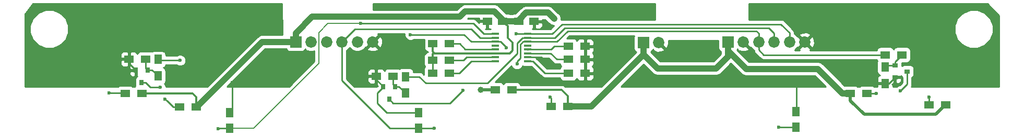
<source format=gbr>
G04 #@! TF.FileFunction,Copper,L1,Top,Signal*
%FSLAX46Y46*%
G04 Gerber Fmt 4.6, Leading zero omitted, Abs format (unit mm)*
G04 Created by KiCad (PCBNEW 4.0.4-stable) date 08/01/17 14:05:29*
%MOMM*%
%LPD*%
G01*
G04 APERTURE LIST*
%ADD10C,0.100000*%
%ADD11C,0.600000*%
%ADD12R,1.850000X1.850000*%
%ADD13C,1.850000*%
%ADD14R,1.500000X1.300000*%
%ADD15R,1.250000X1.500000*%
%ADD16R,1.500000X1.250000*%
%ADD17R,1.200000X0.400000*%
%ADD18R,1.300000X1.500000*%
%ADD19R,0.900000X0.800000*%
%ADD20R,0.800000X0.900000*%
%ADD21C,1.000000*%
%ADD22C,0.200000*%
%ADD23C,0.250000*%
%ADD24C,0.500000*%
%ADD25C,0.300000*%
%ADD26C,1.000000*%
%ADD27C,0.254000*%
G04 APERTURE END LIST*
D10*
D11*
X204300000Y-93600000D03*
X207100000Y-93600000D03*
X203900000Y-91500000D03*
X207100000Y-91500000D03*
X112200000Y-88800000D03*
X108200000Y-91400000D03*
X112600000Y-91400000D03*
X112600000Y-93700000D03*
X108200000Y-93700000D03*
X207000000Y-87100000D03*
X204800000Y-87100000D03*
X202200000Y-87100000D03*
X187100000Y-93400000D03*
X184400000Y-93400000D03*
X181600000Y-93400000D03*
X179500000Y-93400000D03*
X177400000Y-93400000D03*
X175400000Y-93400000D03*
X173100000Y-93400000D03*
X180600000Y-88300000D03*
X178100000Y-88300000D03*
X168200000Y-89000000D03*
X165800000Y-90900000D03*
X165800000Y-89000000D03*
X149700000Y-81800000D03*
X155500000Y-84400000D03*
X144500000Y-83400000D03*
D12*
X171400000Y-87200000D03*
D13*
X173900000Y-87200000D03*
D14*
X139900000Y-90050000D03*
X137200000Y-90050000D03*
D11*
X129700000Y-90900000D03*
X133500000Y-88100000D03*
X155900000Y-90700000D03*
X196200000Y-93600000D03*
X163200000Y-81200000D03*
X131600000Y-81600000D03*
X104700000Y-93700000D03*
X84400000Y-93400000D03*
X74000000Y-93400000D03*
X74000000Y-89400000D03*
X81200000Y-87200000D03*
X84300000Y-82150000D03*
X93450000Y-82150000D03*
X223800000Y-93600000D03*
X223200000Y-89200000D03*
X153900000Y-92700000D03*
D15*
X104240000Y-101160000D03*
X104240000Y-98660000D03*
X134950000Y-101150000D03*
X134950000Y-98650000D03*
X196170000Y-100980000D03*
X196170000Y-98480000D03*
D16*
X151150000Y-83750000D03*
X153650000Y-83750000D03*
X148600000Y-83700000D03*
X146100000Y-83700000D03*
D14*
X139950000Y-87400000D03*
X137250000Y-87400000D03*
X139900000Y-92200000D03*
X137200000Y-92200000D03*
X161950000Y-87800000D03*
X159250000Y-87800000D03*
X161950000Y-89950000D03*
X159250000Y-89950000D03*
X161950000Y-92200000D03*
X159250000Y-92200000D03*
X220450000Y-97400000D03*
X217750000Y-97400000D03*
X159150000Y-97600000D03*
X156450000Y-97600000D03*
X98850000Y-97700000D03*
X96150000Y-97700000D03*
D17*
X147400000Y-85777500D03*
X147400000Y-86412500D03*
X147400000Y-87047500D03*
X147400000Y-87682500D03*
X147400000Y-88317500D03*
X147400000Y-88952500D03*
X147400000Y-89587500D03*
X147400000Y-90222500D03*
X152600000Y-90222500D03*
X152600000Y-89587500D03*
X152600000Y-88952500D03*
X152600000Y-88317500D03*
X152600000Y-87682500D03*
X152600000Y-87047500D03*
X152600000Y-86412500D03*
X152600000Y-85777500D03*
D11*
X139200000Y-81500000D03*
D14*
X204950000Y-95500000D03*
X207650000Y-95500000D03*
X150050000Y-94900000D03*
X147350000Y-94900000D03*
X90050000Y-95500000D03*
X87350000Y-95500000D03*
X210650000Y-89200000D03*
X213350000Y-89200000D03*
D18*
X132800000Y-92750000D03*
X132800000Y-95450000D03*
X92650000Y-89950000D03*
X92650000Y-92650000D03*
X210600000Y-91150000D03*
X210600000Y-93850000D03*
D14*
X130750000Y-92700000D03*
X128050000Y-92700000D03*
X90650000Y-89900000D03*
X87950000Y-89900000D03*
D19*
X212200000Y-90950000D03*
X212200000Y-92850000D03*
X214200000Y-91900000D03*
D20*
X131100000Y-94400000D03*
X129200000Y-94400000D03*
X130150000Y-96400000D03*
X90950000Y-91700000D03*
X89050000Y-91700000D03*
X90000000Y-93700000D03*
D12*
X115000000Y-87100000D03*
D13*
X117500000Y-87100000D03*
X120000000Y-87100000D03*
X122500000Y-87100000D03*
X125000000Y-87100000D03*
X127500000Y-87100000D03*
D12*
X185100000Y-87100000D03*
D13*
X187600000Y-87100000D03*
X190100000Y-87100000D03*
X192600000Y-87100000D03*
X195100000Y-87100000D03*
X197600000Y-87100000D03*
D11*
X125500000Y-84100000D03*
X102400000Y-101250000D03*
X137500000Y-101150000D03*
X193350000Y-101000000D03*
X133600000Y-85900000D03*
X149174995Y-88008903D03*
D21*
X156900000Y-83299994D03*
D11*
X213100000Y-95100000D03*
X217700000Y-96100000D03*
X142100000Y-95000000D03*
X156300000Y-96100000D03*
X92999996Y-94500000D03*
X93800000Y-96400002D03*
X209200000Y-95500000D03*
D21*
X145000000Y-94899996D03*
D11*
X84700000Y-95400000D03*
X150900000Y-90700000D03*
X150750010Y-85800000D03*
X96250000Y-90100000D03*
D22*
X125500000Y-84100000D02*
X120200000Y-84100000D01*
X118750000Y-90550000D02*
X108140000Y-101160000D01*
X120200000Y-84100000D02*
X118750000Y-85550000D01*
X108140000Y-101160000D02*
X104240000Y-101160000D01*
X118750000Y-85550000D02*
X118750000Y-90550000D01*
D23*
X147400000Y-85777500D02*
X145477500Y-85777500D01*
X145477500Y-85777500D02*
X143800000Y-84100000D01*
X143800000Y-84100000D02*
X125500000Y-84100000D01*
X104240000Y-101160000D02*
X102490000Y-101160000D01*
X102490000Y-101160000D02*
X102400000Y-101250000D01*
X196200000Y-93600000D02*
X196200000Y-98450000D01*
X104700000Y-93700000D02*
X104700000Y-98200000D01*
X104700000Y-98200000D02*
X104240000Y-98660000D01*
X128050000Y-92700000D02*
X128050000Y-93250000D01*
X128050000Y-93250000D02*
X129200000Y-94400000D01*
X134950000Y-98650000D02*
X129750000Y-98650000D01*
X129750000Y-98650000D02*
X128200000Y-97100000D01*
X129200000Y-94450000D02*
X129200000Y-94400000D01*
X128200000Y-97100000D02*
X128200000Y-95450000D01*
X128200000Y-95450000D02*
X129200000Y-94450000D01*
X87950000Y-89900000D02*
X87950000Y-90600000D01*
X87950000Y-90600000D02*
X89050000Y-91700000D01*
X210600000Y-93850000D02*
X211200000Y-93850000D01*
X211200000Y-93850000D02*
X212200000Y-92850000D01*
X154787500Y-89587500D02*
X155300000Y-90100000D01*
X155300000Y-90100000D02*
X155400000Y-90200000D01*
X155900000Y-90700000D02*
X155300000Y-90100000D01*
X152600000Y-89587500D02*
X154787500Y-89587500D01*
X196200000Y-98450000D02*
X196170000Y-98480000D01*
X196170000Y-98480000D02*
X196170000Y-97830000D01*
X122500000Y-87100000D02*
X122500000Y-93400000D01*
X122500000Y-93400000D02*
X130250000Y-101150000D01*
X130250000Y-101150000D02*
X134075000Y-101150000D01*
X134075000Y-101150000D02*
X134950000Y-101150000D01*
X147400000Y-86412500D02*
X147387500Y-86400000D01*
X147387500Y-86400000D02*
X144900000Y-86400000D01*
X144900000Y-86400000D02*
X143500000Y-85000000D01*
X143500000Y-85000000D02*
X124600000Y-85000000D01*
X124600000Y-85000000D02*
X123424999Y-86175001D01*
X123424999Y-86175001D02*
X122500000Y-87100000D01*
X135825000Y-101150000D02*
X137500000Y-101150000D01*
X134950000Y-101150000D02*
X135825000Y-101150000D01*
X193350000Y-101000000D02*
X196150000Y-101000000D01*
X143447500Y-87047500D02*
X142300000Y-85900000D01*
X142300000Y-85900000D02*
X133600000Y-85900000D01*
X147400000Y-87047500D02*
X143447500Y-87047500D01*
X148250000Y-87047500D02*
X149174995Y-87972495D01*
X149174995Y-87972495D02*
X149174995Y-88008903D01*
X147400000Y-87047500D02*
X148250000Y-87047500D01*
X196150000Y-101000000D02*
X196170000Y-100980000D01*
D24*
X204950000Y-95500000D02*
X204950000Y-96650000D01*
X204950000Y-96650000D02*
X207200000Y-98900000D01*
X207200000Y-98900000D02*
X218850000Y-98900000D01*
X218850000Y-98900000D02*
X220350000Y-97400000D01*
X220350000Y-97400000D02*
X220450000Y-97400000D01*
D25*
X90050000Y-95500000D02*
X98300000Y-95500000D01*
X98300000Y-95500000D02*
X98850000Y-96050000D01*
X98850000Y-96050000D02*
X98850000Y-97700000D01*
D26*
X115000000Y-87100000D02*
X115000000Y-85675000D01*
X115000000Y-85675000D02*
X117675000Y-83000000D01*
X117675000Y-83000000D02*
X141600000Y-83000000D01*
X141600000Y-83000000D02*
X142500000Y-82100000D01*
X142500000Y-82100000D02*
X147200000Y-82100000D01*
X147200000Y-82100000D02*
X148600000Y-83500000D01*
D24*
X148600000Y-83500000D02*
X148600000Y-83700000D01*
X151150000Y-83750000D02*
X151150000Y-83550000D01*
D26*
X151150000Y-83550000D02*
X152400000Y-82300000D01*
X152400000Y-82300000D02*
X155900006Y-82300000D01*
X155900006Y-82300000D02*
X156500001Y-82899995D01*
X156500001Y-82899995D02*
X156900000Y-83299994D01*
X148600000Y-83700000D02*
X151100000Y-83700000D01*
D24*
X98850000Y-97700000D02*
X98950000Y-97700000D01*
D26*
X98950000Y-97700000D02*
X109550000Y-87100000D01*
X109550000Y-87100000D02*
X113575000Y-87100000D01*
X113575000Y-87100000D02*
X115000000Y-87100000D01*
D24*
X185100000Y-87100000D02*
X185100000Y-88525000D01*
D26*
X185100000Y-88525000D02*
X188075000Y-91500000D01*
X188075000Y-91500000D02*
X199700000Y-91500000D01*
X199700000Y-91500000D02*
X203700000Y-95500000D01*
X203700000Y-95500000D02*
X204950000Y-95500000D01*
D25*
X159150000Y-97600000D02*
X159150000Y-95950000D01*
X159150000Y-95950000D02*
X158100000Y-94900000D01*
X158100000Y-94900000D02*
X151800000Y-94900000D01*
X151800000Y-94900000D02*
X150050000Y-94900000D01*
D26*
X159150000Y-97600000D02*
X162925000Y-97600000D01*
X162925000Y-97600000D02*
X171400000Y-89125000D01*
X183200000Y-91400000D02*
X185100000Y-89500000D01*
X185100000Y-89500000D02*
X185100000Y-87100000D01*
X173675000Y-91400000D02*
X183200000Y-91400000D01*
X171400000Y-87200000D02*
X171400000Y-89125000D01*
X171400000Y-89125000D02*
X173675000Y-91400000D01*
D25*
X151100000Y-83700000D02*
X151150000Y-83750000D01*
X147400000Y-88952500D02*
X149747500Y-88952500D01*
X150200000Y-87200000D02*
X149400000Y-86400000D01*
X149747500Y-88952500D02*
X150200000Y-88500000D01*
X150200000Y-88500000D02*
X150200000Y-87200000D01*
X149400000Y-86400000D02*
X149400000Y-84500000D01*
X149400000Y-84500000D02*
X148600000Y-83700000D01*
D23*
X151050000Y-83850000D02*
X151150000Y-83750000D01*
D25*
X147397500Y-88950000D02*
X137500000Y-88950000D01*
D26*
X185100000Y-87100000D02*
X185100000Y-88325000D01*
D25*
X137500000Y-88950000D02*
X137200000Y-88650000D01*
X137200000Y-88650000D02*
X137200000Y-87450000D01*
X137200000Y-87450000D02*
X137250000Y-87400000D01*
X137500000Y-88950000D02*
X137350000Y-88950000D01*
X137350000Y-88950000D02*
X137200000Y-89100000D01*
X137200000Y-89100000D02*
X137200000Y-90050000D01*
X147400000Y-88952500D02*
X147397500Y-88950000D01*
X149050000Y-83700000D02*
X148600000Y-83700000D01*
X204850000Y-95600000D02*
X204950000Y-95500000D01*
D23*
X151050000Y-83650000D02*
X151150000Y-83750000D01*
X137200000Y-90050000D02*
X137200000Y-92150000D01*
X147400000Y-88952500D02*
X147372501Y-88925001D01*
X147390000Y-88942500D02*
X147400000Y-88952500D01*
X214200000Y-91900000D02*
X214200000Y-94000000D01*
X214200000Y-94000000D02*
X213100000Y-95100000D01*
X217700000Y-96100000D02*
X217700000Y-97350000D01*
X217700000Y-97350000D02*
X217750000Y-97400000D01*
X130150000Y-96400000D02*
X130150000Y-96450000D01*
X130150000Y-96450000D02*
X130800000Y-97100000D01*
X130800000Y-97100000D02*
X140000000Y-97100000D01*
X140000000Y-97100000D02*
X140574999Y-96525001D01*
X140574999Y-96525001D02*
X142100000Y-95000000D01*
X156450000Y-96250000D02*
X156300000Y-96100000D01*
X156450000Y-97600000D02*
X156450000Y-96250000D01*
X92575732Y-94500000D02*
X92999996Y-94500000D01*
X91450000Y-94500000D02*
X92575732Y-94500000D01*
X90650000Y-93700000D02*
X91450000Y-94500000D01*
X90000000Y-93700000D02*
X90650000Y-93700000D01*
X94099999Y-96700001D02*
X93800000Y-96400002D01*
X95099998Y-97700000D02*
X94099999Y-96700001D01*
X96150000Y-97700000D02*
X95099998Y-97700000D01*
X147400000Y-88317500D02*
X147382500Y-88300000D01*
X147382500Y-88300000D02*
X142500000Y-88300000D01*
X142500000Y-88300000D02*
X141600000Y-87400000D01*
X141600000Y-87400000D02*
X139950000Y-87400000D01*
X142712500Y-89587500D02*
X142250000Y-90050000D01*
X142250000Y-90050000D02*
X139900000Y-90050000D01*
X147400000Y-89587500D02*
X142712500Y-89587500D01*
X143450000Y-90250000D02*
X141500000Y-92200000D01*
X141500000Y-92200000D02*
X139950000Y-92200000D01*
X146522500Y-90250000D02*
X143450000Y-90250000D01*
X147400000Y-90222500D02*
X146550000Y-90222500D01*
X146550000Y-90222500D02*
X146522500Y-90250000D01*
X152600000Y-88317500D02*
X156432500Y-88317500D01*
X156432500Y-88317500D02*
X156950000Y-87800000D01*
X156950000Y-87800000D02*
X159250000Y-87800000D01*
X152632500Y-88350000D02*
X152600000Y-88317500D01*
X152600000Y-88952500D02*
X156352500Y-88952500D01*
X156352500Y-88952500D02*
X157350000Y-89950000D01*
X157350000Y-89950000D02*
X159250000Y-89950000D01*
X152600000Y-90222500D02*
X153450000Y-90222500D01*
X153450000Y-90222500D02*
X155427500Y-92200000D01*
X155427500Y-92200000D02*
X158250000Y-92200000D01*
X158250000Y-92200000D02*
X159250000Y-92200000D01*
X208650000Y-95500000D02*
X209200000Y-95500000D01*
X207650000Y-95500000D02*
X208650000Y-95500000D01*
D24*
X145000004Y-94900000D02*
X145000000Y-94899996D01*
X147350000Y-94900000D02*
X145000004Y-94900000D01*
D23*
X147350000Y-94900000D02*
X147250000Y-94800000D01*
X87350000Y-95500000D02*
X87250000Y-95400000D01*
X87250000Y-95400000D02*
X84700000Y-95400000D01*
X190100000Y-87100000D02*
X190100000Y-88400000D01*
X190100000Y-88400000D02*
X190900000Y-89200000D01*
X190900000Y-89200000D02*
X210650000Y-89200000D01*
X152600000Y-87047500D02*
X157352500Y-87047500D01*
X157352500Y-87047500D02*
X159100000Y-85300000D01*
X159100000Y-85300000D02*
X189700000Y-85300000D01*
X189700000Y-85300000D02*
X190100000Y-85700000D01*
X190100000Y-85700000D02*
X190100000Y-87100000D01*
X152600000Y-87047500D02*
X151849998Y-87047500D01*
X151849998Y-87047500D02*
X151400000Y-87497498D01*
X151400000Y-87497498D02*
X151400000Y-89775736D01*
X151400000Y-89775736D02*
X150900000Y-90275736D01*
X150900000Y-90275736D02*
X150900000Y-90700000D01*
X209650000Y-89200000D02*
X210650000Y-89200000D01*
X152600000Y-86412500D02*
X156987500Y-86412500D01*
X156987500Y-86412500D02*
X158600000Y-84800000D01*
X191700000Y-84800000D02*
X192600000Y-85700000D01*
X158600000Y-84800000D02*
X191700000Y-84800000D01*
X192600000Y-85700000D02*
X192600000Y-87100000D01*
X152600000Y-86412500D02*
X151750000Y-86412500D01*
X151750000Y-86412500D02*
X150900000Y-87262500D01*
X150900000Y-87262500D02*
X150900000Y-89000000D01*
X150900000Y-89000000D02*
X146100000Y-93800000D01*
X146100000Y-93800000D02*
X136100000Y-93800000D01*
X136100000Y-93800000D02*
X135050000Y-92750000D01*
X135050000Y-92750000D02*
X132800000Y-92750000D01*
X152600000Y-85777500D02*
X156622500Y-85777500D01*
X156622500Y-85777500D02*
X158200000Y-84200000D01*
X193700000Y-84200000D02*
X195100000Y-85600000D01*
X158200000Y-84200000D02*
X193700000Y-84200000D01*
X195100000Y-85600000D02*
X195100000Y-87100000D01*
X152600000Y-85777500D02*
X150772510Y-85777500D01*
X150772510Y-85777500D02*
X150750010Y-85800000D01*
X96250000Y-90100000D02*
X92800000Y-90100000D01*
X92800000Y-90100000D02*
X92650000Y-89950000D01*
X92900000Y-89700000D02*
X92650000Y-89950000D01*
X212200000Y-90950000D02*
X210800000Y-90950000D01*
X210800000Y-90950000D02*
X210600000Y-91150000D01*
X212200000Y-90950000D02*
X212200000Y-90350000D01*
X212200000Y-90350000D02*
X213350000Y-89200000D01*
X131100000Y-94400000D02*
X131750000Y-94400000D01*
X131750000Y-94400000D02*
X132800000Y-95450000D01*
X130750000Y-92700000D02*
X130750000Y-94050000D01*
X130750000Y-94050000D02*
X131100000Y-94400000D01*
X90950000Y-91700000D02*
X91700000Y-91700000D01*
X91700000Y-91700000D02*
X92650000Y-92650000D01*
X90650000Y-89900000D02*
X90650000Y-91400000D01*
X90650000Y-91400000D02*
X90950000Y-91700000D01*
D27*
G36*
X213285910Y-92751441D02*
X213440000Y-92856726D01*
X213440000Y-93685198D01*
X212960320Y-94164878D01*
X212914833Y-94164838D01*
X212571057Y-94306883D01*
X212504825Y-94373000D01*
X211885000Y-94373000D01*
X211885000Y-94135750D01*
X211726252Y-93977002D01*
X211885000Y-93977002D01*
X211885000Y-93885000D01*
X211914250Y-93885000D01*
X212073000Y-93726250D01*
X212073000Y-92977000D01*
X212327000Y-92977000D01*
X212327000Y-93726250D01*
X212485750Y-93885000D01*
X212776309Y-93885000D01*
X213009698Y-93788327D01*
X213188327Y-93609699D01*
X213285000Y-93376310D01*
X213285000Y-93135750D01*
X213126250Y-92977000D01*
X212327000Y-92977000D01*
X212073000Y-92977000D01*
X212053000Y-92977000D01*
X212053000Y-92723000D01*
X212073000Y-92723000D01*
X212073000Y-92703000D01*
X212327000Y-92703000D01*
X212327000Y-92723000D01*
X213126250Y-92723000D01*
X213212262Y-92636988D01*
X213285910Y-92751441D01*
X213285910Y-92751441D01*
G37*
X213285910Y-92751441D02*
X213440000Y-92856726D01*
X213440000Y-93685198D01*
X212960320Y-94164878D01*
X212914833Y-94164838D01*
X212571057Y-94306883D01*
X212504825Y-94373000D01*
X211885000Y-94373000D01*
X211885000Y-94135750D01*
X211726252Y-93977002D01*
X211885000Y-93977002D01*
X211885000Y-93885000D01*
X211914250Y-93885000D01*
X212073000Y-93726250D01*
X212073000Y-92977000D01*
X212327000Y-92977000D01*
X212327000Y-93726250D01*
X212485750Y-93885000D01*
X212776309Y-93885000D01*
X213009698Y-93788327D01*
X213188327Y-93609699D01*
X213285000Y-93376310D01*
X213285000Y-93135750D01*
X213126250Y-92977000D01*
X212327000Y-92977000D01*
X212073000Y-92977000D01*
X212053000Y-92977000D01*
X212053000Y-92723000D01*
X212073000Y-92723000D01*
X212073000Y-92703000D01*
X212327000Y-92703000D01*
X212327000Y-92723000D01*
X213126250Y-92723000D01*
X213212262Y-92636988D01*
X213285910Y-92751441D01*
G36*
X187272434Y-92302566D02*
X187640654Y-92548603D01*
X188075000Y-92635000D01*
X199229868Y-92635000D01*
X200967868Y-94373000D01*
X167757132Y-94373000D01*
X171400000Y-90730132D01*
X172872434Y-92202566D01*
X173240654Y-92448603D01*
X173675000Y-92535000D01*
X183200000Y-92535000D01*
X183634346Y-92448603D01*
X184002566Y-92202566D01*
X185587500Y-90617632D01*
X187272434Y-92302566D01*
X187272434Y-92302566D01*
G37*
X187272434Y-92302566D02*
X187640654Y-92548603D01*
X188075000Y-92635000D01*
X199229868Y-92635000D01*
X200967868Y-94373000D01*
X167757132Y-94373000D01*
X171400000Y-90730132D01*
X172872434Y-92202566D01*
X173240654Y-92448603D01*
X173675000Y-92535000D01*
X183200000Y-92535000D01*
X183634346Y-92448603D01*
X184002566Y-92202566D01*
X185587500Y-90617632D01*
X187272434Y-92302566D01*
G36*
X229115000Y-82813478D02*
X229115000Y-94373000D01*
X214847250Y-94373000D01*
X214902148Y-94290839D01*
X214960000Y-94000000D01*
X214960000Y-92855105D01*
X215101441Y-92764090D01*
X215246431Y-92551890D01*
X215297440Y-92300000D01*
X215297440Y-91500000D01*
X215253162Y-91264683D01*
X215114090Y-91048559D01*
X214901890Y-90903569D01*
X214650000Y-90852560D01*
X213750000Y-90852560D01*
X213514683Y-90896838D01*
X213298559Y-91035910D01*
X213297440Y-91037548D01*
X213297440Y-90550000D01*
X213287550Y-90497440D01*
X214100000Y-90497440D01*
X214335317Y-90453162D01*
X214551441Y-90314090D01*
X214696431Y-90101890D01*
X214747440Y-89850000D01*
X214747440Y-88550000D01*
X214703162Y-88314683D01*
X214564090Y-88098559D01*
X214351890Y-87953569D01*
X214100000Y-87902560D01*
X212600000Y-87902560D01*
X212364683Y-87946838D01*
X212148559Y-88085910D01*
X212003569Y-88298110D01*
X212000919Y-88311197D01*
X211864090Y-88098559D01*
X211651890Y-87953569D01*
X211400000Y-87902560D01*
X209900000Y-87902560D01*
X209664683Y-87946838D01*
X209448559Y-88085910D01*
X209303569Y-88298110D01*
X209274836Y-88440000D01*
X198435165Y-88440000D01*
X198518651Y-88198256D01*
X197600000Y-87279605D01*
X196681349Y-88198256D01*
X196764835Y-88440000D01*
X195942036Y-88440000D01*
X195982514Y-88423275D01*
X196417121Y-87989426D01*
X196501744Y-88018651D01*
X197420395Y-87100000D01*
X197779605Y-87100000D01*
X198698256Y-88018651D01*
X198957332Y-87929179D01*
X199171325Y-87346632D01*
X199146097Y-86726539D01*
X198957332Y-86270821D01*
X198698256Y-86181349D01*
X197779605Y-87100000D01*
X197420395Y-87100000D01*
X196501744Y-86181349D01*
X196416566Y-86210765D01*
X196207910Y-86001744D01*
X196681349Y-86001744D01*
X197600000Y-86920395D01*
X198518651Y-86001744D01*
X198429179Y-85742668D01*
X198097569Y-85620854D01*
X221864457Y-85620854D01*
X222340727Y-86773515D01*
X223221847Y-87656174D01*
X224373674Y-88134454D01*
X225620854Y-88135543D01*
X226773515Y-87659273D01*
X227656174Y-86778153D01*
X228134454Y-85626326D01*
X228135543Y-84379146D01*
X227659273Y-83226485D01*
X226778153Y-82343826D01*
X225626326Y-81865546D01*
X224379146Y-81864457D01*
X223226485Y-82340727D01*
X222343826Y-83221847D01*
X221865546Y-84373674D01*
X221864457Y-85620854D01*
X198097569Y-85620854D01*
X197846632Y-85528675D01*
X197226539Y-85553903D01*
X196770821Y-85742668D01*
X196681349Y-86001744D01*
X196207910Y-86001744D01*
X195984823Y-85778268D01*
X195860000Y-85726437D01*
X195860000Y-85600000D01*
X195802148Y-85309161D01*
X195637401Y-85062599D01*
X194237401Y-83662599D01*
X193990839Y-83497852D01*
X193700000Y-83440000D01*
X188482273Y-83440000D01*
X188525578Y-80885000D01*
X227186522Y-80885000D01*
X229115000Y-82813478D01*
X229115000Y-82813478D01*
G37*
X229115000Y-82813478D02*
X229115000Y-94373000D01*
X214847250Y-94373000D01*
X214902148Y-94290839D01*
X214960000Y-94000000D01*
X214960000Y-92855105D01*
X215101441Y-92764090D01*
X215246431Y-92551890D01*
X215297440Y-92300000D01*
X215297440Y-91500000D01*
X215253162Y-91264683D01*
X215114090Y-91048559D01*
X214901890Y-90903569D01*
X214650000Y-90852560D01*
X213750000Y-90852560D01*
X213514683Y-90896838D01*
X213298559Y-91035910D01*
X213297440Y-91037548D01*
X213297440Y-90550000D01*
X213287550Y-90497440D01*
X214100000Y-90497440D01*
X214335317Y-90453162D01*
X214551441Y-90314090D01*
X214696431Y-90101890D01*
X214747440Y-89850000D01*
X214747440Y-88550000D01*
X214703162Y-88314683D01*
X214564090Y-88098559D01*
X214351890Y-87953569D01*
X214100000Y-87902560D01*
X212600000Y-87902560D01*
X212364683Y-87946838D01*
X212148559Y-88085910D01*
X212003569Y-88298110D01*
X212000919Y-88311197D01*
X211864090Y-88098559D01*
X211651890Y-87953569D01*
X211400000Y-87902560D01*
X209900000Y-87902560D01*
X209664683Y-87946838D01*
X209448559Y-88085910D01*
X209303569Y-88298110D01*
X209274836Y-88440000D01*
X198435165Y-88440000D01*
X198518651Y-88198256D01*
X197600000Y-87279605D01*
X196681349Y-88198256D01*
X196764835Y-88440000D01*
X195942036Y-88440000D01*
X195982514Y-88423275D01*
X196417121Y-87989426D01*
X196501744Y-88018651D01*
X197420395Y-87100000D01*
X197779605Y-87100000D01*
X198698256Y-88018651D01*
X198957332Y-87929179D01*
X199171325Y-87346632D01*
X199146097Y-86726539D01*
X198957332Y-86270821D01*
X198698256Y-86181349D01*
X197779605Y-87100000D01*
X197420395Y-87100000D01*
X196501744Y-86181349D01*
X196416566Y-86210765D01*
X196207910Y-86001744D01*
X196681349Y-86001744D01*
X197600000Y-86920395D01*
X198518651Y-86001744D01*
X198429179Y-85742668D01*
X198097569Y-85620854D01*
X221864457Y-85620854D01*
X222340727Y-86773515D01*
X223221847Y-87656174D01*
X224373674Y-88134454D01*
X225620854Y-88135543D01*
X226773515Y-87659273D01*
X227656174Y-86778153D01*
X228134454Y-85626326D01*
X228135543Y-84379146D01*
X227659273Y-83226485D01*
X226778153Y-82343826D01*
X225626326Y-81865546D01*
X224379146Y-81864457D01*
X223226485Y-82340727D01*
X222343826Y-83221847D01*
X221865546Y-84373674D01*
X221864457Y-85620854D01*
X198097569Y-85620854D01*
X197846632Y-85528675D01*
X197226539Y-85553903D01*
X196770821Y-85742668D01*
X196681349Y-86001744D01*
X196207910Y-86001744D01*
X195984823Y-85778268D01*
X195860000Y-85726437D01*
X195860000Y-85600000D01*
X195802148Y-85309161D01*
X195637401Y-85062599D01*
X194237401Y-83662599D01*
X193990839Y-83497852D01*
X193700000Y-83440000D01*
X188482273Y-83440000D01*
X188525578Y-80885000D01*
X227186522Y-80885000D01*
X229115000Y-82813478D01*
G36*
X187793748Y-87085858D02*
X187779605Y-87100000D01*
X188698256Y-88018651D01*
X188783434Y-87989235D01*
X189215177Y-88421732D01*
X189355950Y-88480186D01*
X189397852Y-88690839D01*
X189562599Y-88937401D01*
X190362599Y-89737401D01*
X190609161Y-89902148D01*
X190900000Y-89960000D01*
X209273258Y-89960000D01*
X209296838Y-90085317D01*
X209349661Y-90167407D01*
X209302560Y-90400000D01*
X209302560Y-91900000D01*
X209346838Y-92135317D01*
X209485910Y-92351441D01*
X209698110Y-92496431D01*
X209731490Y-92503191D01*
X209590301Y-92561673D01*
X209411673Y-92740302D01*
X209315000Y-92973691D01*
X209315000Y-93564250D01*
X209473750Y-93723000D01*
X210473000Y-93723000D01*
X210473000Y-93703000D01*
X210727000Y-93703000D01*
X210727000Y-93723000D01*
X210747000Y-93723000D01*
X210747000Y-93977000D01*
X210727000Y-93977000D01*
X210727000Y-93997000D01*
X210473000Y-93997000D01*
X210473000Y-93977000D01*
X209473750Y-93977000D01*
X209315000Y-94135750D01*
X209315000Y-94373000D01*
X208826683Y-94373000D01*
X208651890Y-94253569D01*
X208400000Y-94202560D01*
X206900000Y-94202560D01*
X206664683Y-94246838D01*
X206468622Y-94373000D01*
X206126683Y-94373000D01*
X205951890Y-94253569D01*
X205700000Y-94202560D01*
X204200000Y-94202560D01*
X204038147Y-94233015D01*
X200502566Y-90697434D01*
X200426844Y-90646838D01*
X200134346Y-90451397D01*
X199700000Y-90365000D01*
X188545132Y-90365000D01*
X186554694Y-88374562D01*
X186621431Y-88276890D01*
X186626183Y-88253425D01*
X186681350Y-88198258D01*
X186770821Y-88457332D01*
X187353368Y-88671325D01*
X187973461Y-88646097D01*
X188429179Y-88457332D01*
X188518651Y-88198256D01*
X187600000Y-87279605D01*
X187585858Y-87293748D01*
X187406253Y-87114143D01*
X187420395Y-87100000D01*
X187406253Y-87085858D01*
X187585858Y-86906253D01*
X187600000Y-86920395D01*
X187614143Y-86906253D01*
X187793748Y-87085858D01*
X187793748Y-87085858D01*
G37*
X187793748Y-87085858D02*
X187779605Y-87100000D01*
X188698256Y-88018651D01*
X188783434Y-87989235D01*
X189215177Y-88421732D01*
X189355950Y-88480186D01*
X189397852Y-88690839D01*
X189562599Y-88937401D01*
X190362599Y-89737401D01*
X190609161Y-89902148D01*
X190900000Y-89960000D01*
X209273258Y-89960000D01*
X209296838Y-90085317D01*
X209349661Y-90167407D01*
X209302560Y-90400000D01*
X209302560Y-91900000D01*
X209346838Y-92135317D01*
X209485910Y-92351441D01*
X209698110Y-92496431D01*
X209731490Y-92503191D01*
X209590301Y-92561673D01*
X209411673Y-92740302D01*
X209315000Y-92973691D01*
X209315000Y-93564250D01*
X209473750Y-93723000D01*
X210473000Y-93723000D01*
X210473000Y-93703000D01*
X210727000Y-93703000D01*
X210727000Y-93723000D01*
X210747000Y-93723000D01*
X210747000Y-93977000D01*
X210727000Y-93977000D01*
X210727000Y-93997000D01*
X210473000Y-93997000D01*
X210473000Y-93977000D01*
X209473750Y-93977000D01*
X209315000Y-94135750D01*
X209315000Y-94373000D01*
X208826683Y-94373000D01*
X208651890Y-94253569D01*
X208400000Y-94202560D01*
X206900000Y-94202560D01*
X206664683Y-94246838D01*
X206468622Y-94373000D01*
X206126683Y-94373000D01*
X205951890Y-94253569D01*
X205700000Y-94202560D01*
X204200000Y-94202560D01*
X204038147Y-94233015D01*
X200502566Y-90697434D01*
X200426844Y-90646838D01*
X200134346Y-90451397D01*
X199700000Y-90365000D01*
X188545132Y-90365000D01*
X186554694Y-88374562D01*
X186621431Y-88276890D01*
X186626183Y-88253425D01*
X186681350Y-88198258D01*
X186770821Y-88457332D01*
X187353368Y-88671325D01*
X187973461Y-88646097D01*
X188429179Y-88457332D01*
X188518651Y-88198256D01*
X187600000Y-87279605D01*
X187585858Y-87293748D01*
X187406253Y-87114143D01*
X187420395Y-87100000D01*
X187406253Y-87085858D01*
X187585858Y-86906253D01*
X187600000Y-86920395D01*
X187614143Y-86906253D01*
X187793748Y-87085858D01*
G36*
X112860524Y-85965000D02*
X109550000Y-85965000D01*
X109115654Y-86051397D01*
X108849269Y-86229390D01*
X108747434Y-86297434D01*
X100671868Y-94373000D01*
X93935107Y-94373000D01*
X93935158Y-94314833D01*
X93793113Y-93971057D01*
X93711798Y-93889600D01*
X93751441Y-93864090D01*
X93896431Y-93651890D01*
X93947440Y-93400000D01*
X93947440Y-91900000D01*
X93903162Y-91664683D01*
X93764090Y-91448559D01*
X93551890Y-91303569D01*
X93538803Y-91300919D01*
X93751441Y-91164090D01*
X93896431Y-90951890D01*
X93915039Y-90860000D01*
X95687537Y-90860000D01*
X95719673Y-90892192D01*
X96063201Y-91034838D01*
X96435167Y-91035162D01*
X96778943Y-90893117D01*
X97042192Y-90630327D01*
X97184838Y-90286799D01*
X97185162Y-89914833D01*
X97043117Y-89571057D01*
X96780327Y-89307808D01*
X96436799Y-89165162D01*
X96064833Y-89164838D01*
X95721057Y-89306883D01*
X95687882Y-89340000D01*
X93947440Y-89340000D01*
X93947440Y-89200000D01*
X93903162Y-88964683D01*
X93764090Y-88748559D01*
X93551890Y-88603569D01*
X93300000Y-88552560D01*
X92000000Y-88552560D01*
X91764683Y-88596838D01*
X91663836Y-88661731D01*
X91651890Y-88653569D01*
X91400000Y-88602560D01*
X89900000Y-88602560D01*
X89664683Y-88646838D01*
X89448559Y-88785910D01*
X89303569Y-88998110D01*
X89296809Y-89031490D01*
X89238327Y-88890301D01*
X89059698Y-88711673D01*
X88826309Y-88615000D01*
X88235750Y-88615000D01*
X88077000Y-88773750D01*
X88077000Y-89773000D01*
X88097000Y-89773000D01*
X88097000Y-90027000D01*
X88077000Y-90027000D01*
X88077000Y-90974010D01*
X88015000Y-91123691D01*
X88015000Y-91414250D01*
X88173750Y-91573000D01*
X88923000Y-91573000D01*
X88923000Y-91553000D01*
X89177000Y-91553000D01*
X89177000Y-91573000D01*
X89197000Y-91573000D01*
X89197000Y-91827000D01*
X89177000Y-91827000D01*
X89177000Y-92626250D01*
X89263012Y-92712262D01*
X89148559Y-92785910D01*
X89003569Y-92998110D01*
X88952560Y-93250000D01*
X88952560Y-94150000D01*
X88980923Y-94300736D01*
X88868622Y-94373000D01*
X88526683Y-94373000D01*
X88351890Y-94253569D01*
X88100000Y-94202560D01*
X86600000Y-94202560D01*
X86364683Y-94246838D01*
X86168622Y-94373000D01*
X71108128Y-94373000D01*
X71108128Y-91985750D01*
X88015000Y-91985750D01*
X88015000Y-92276309D01*
X88111673Y-92509698D01*
X88290301Y-92688327D01*
X88523690Y-92785000D01*
X88764250Y-92785000D01*
X88923000Y-92626250D01*
X88923000Y-91827000D01*
X88173750Y-91827000D01*
X88015000Y-91985750D01*
X71108128Y-91985750D01*
X71108128Y-90185750D01*
X86565000Y-90185750D01*
X86565000Y-90676310D01*
X86661673Y-90909699D01*
X86840302Y-91088327D01*
X87073691Y-91185000D01*
X87664250Y-91185000D01*
X87823000Y-91026250D01*
X87823000Y-90027000D01*
X86723750Y-90027000D01*
X86565000Y-90185750D01*
X71108128Y-90185750D01*
X71108128Y-89123690D01*
X86565000Y-89123690D01*
X86565000Y-89614250D01*
X86723750Y-89773000D01*
X87823000Y-89773000D01*
X87823000Y-88773750D01*
X87664250Y-88615000D01*
X87073691Y-88615000D01*
X86840302Y-88711673D01*
X86661673Y-88890301D01*
X86565000Y-89123690D01*
X71108128Y-89123690D01*
X71108128Y-85620854D01*
X71864457Y-85620854D01*
X72340727Y-86773515D01*
X73221847Y-87656174D01*
X74373674Y-88134454D01*
X75620854Y-88135543D01*
X76773515Y-87659273D01*
X77656174Y-86778153D01*
X78134454Y-85626326D01*
X78135543Y-84379146D01*
X77659273Y-83226485D01*
X76778153Y-82343826D01*
X75626326Y-81865546D01*
X74379146Y-81864457D01*
X73226485Y-82340727D01*
X72343826Y-83221847D01*
X71865546Y-84373674D01*
X71864457Y-85620854D01*
X71108128Y-85620854D01*
X71108128Y-82542333D01*
X72351128Y-80885000D01*
X112774422Y-80885000D01*
X112860524Y-85965000D01*
X112860524Y-85965000D01*
G37*
X112860524Y-85965000D02*
X109550000Y-85965000D01*
X109115654Y-86051397D01*
X108849269Y-86229390D01*
X108747434Y-86297434D01*
X100671868Y-94373000D01*
X93935107Y-94373000D01*
X93935158Y-94314833D01*
X93793113Y-93971057D01*
X93711798Y-93889600D01*
X93751441Y-93864090D01*
X93896431Y-93651890D01*
X93947440Y-93400000D01*
X93947440Y-91900000D01*
X93903162Y-91664683D01*
X93764090Y-91448559D01*
X93551890Y-91303569D01*
X93538803Y-91300919D01*
X93751441Y-91164090D01*
X93896431Y-90951890D01*
X93915039Y-90860000D01*
X95687537Y-90860000D01*
X95719673Y-90892192D01*
X96063201Y-91034838D01*
X96435167Y-91035162D01*
X96778943Y-90893117D01*
X97042192Y-90630327D01*
X97184838Y-90286799D01*
X97185162Y-89914833D01*
X97043117Y-89571057D01*
X96780327Y-89307808D01*
X96436799Y-89165162D01*
X96064833Y-89164838D01*
X95721057Y-89306883D01*
X95687882Y-89340000D01*
X93947440Y-89340000D01*
X93947440Y-89200000D01*
X93903162Y-88964683D01*
X93764090Y-88748559D01*
X93551890Y-88603569D01*
X93300000Y-88552560D01*
X92000000Y-88552560D01*
X91764683Y-88596838D01*
X91663836Y-88661731D01*
X91651890Y-88653569D01*
X91400000Y-88602560D01*
X89900000Y-88602560D01*
X89664683Y-88646838D01*
X89448559Y-88785910D01*
X89303569Y-88998110D01*
X89296809Y-89031490D01*
X89238327Y-88890301D01*
X89059698Y-88711673D01*
X88826309Y-88615000D01*
X88235750Y-88615000D01*
X88077000Y-88773750D01*
X88077000Y-89773000D01*
X88097000Y-89773000D01*
X88097000Y-90027000D01*
X88077000Y-90027000D01*
X88077000Y-90974010D01*
X88015000Y-91123691D01*
X88015000Y-91414250D01*
X88173750Y-91573000D01*
X88923000Y-91573000D01*
X88923000Y-91553000D01*
X89177000Y-91553000D01*
X89177000Y-91573000D01*
X89197000Y-91573000D01*
X89197000Y-91827000D01*
X89177000Y-91827000D01*
X89177000Y-92626250D01*
X89263012Y-92712262D01*
X89148559Y-92785910D01*
X89003569Y-92998110D01*
X88952560Y-93250000D01*
X88952560Y-94150000D01*
X88980923Y-94300736D01*
X88868622Y-94373000D01*
X88526683Y-94373000D01*
X88351890Y-94253569D01*
X88100000Y-94202560D01*
X86600000Y-94202560D01*
X86364683Y-94246838D01*
X86168622Y-94373000D01*
X71108128Y-94373000D01*
X71108128Y-91985750D01*
X88015000Y-91985750D01*
X88015000Y-92276309D01*
X88111673Y-92509698D01*
X88290301Y-92688327D01*
X88523690Y-92785000D01*
X88764250Y-92785000D01*
X88923000Y-92626250D01*
X88923000Y-91827000D01*
X88173750Y-91827000D01*
X88015000Y-91985750D01*
X71108128Y-91985750D01*
X71108128Y-90185750D01*
X86565000Y-90185750D01*
X86565000Y-90676310D01*
X86661673Y-90909699D01*
X86840302Y-91088327D01*
X87073691Y-91185000D01*
X87664250Y-91185000D01*
X87823000Y-91026250D01*
X87823000Y-90027000D01*
X86723750Y-90027000D01*
X86565000Y-90185750D01*
X71108128Y-90185750D01*
X71108128Y-89123690D01*
X86565000Y-89123690D01*
X86565000Y-89614250D01*
X86723750Y-89773000D01*
X87823000Y-89773000D01*
X87823000Y-88773750D01*
X87664250Y-88615000D01*
X87073691Y-88615000D01*
X86840302Y-88711673D01*
X86661673Y-88890301D01*
X86565000Y-89123690D01*
X71108128Y-89123690D01*
X71108128Y-85620854D01*
X71864457Y-85620854D01*
X72340727Y-86773515D01*
X73221847Y-87656174D01*
X74373674Y-88134454D01*
X75620854Y-88135543D01*
X76773515Y-87659273D01*
X77656174Y-86778153D01*
X78134454Y-85626326D01*
X78135543Y-84379146D01*
X77659273Y-83226485D01*
X76778153Y-82343826D01*
X75626326Y-81865546D01*
X74379146Y-81864457D01*
X73226485Y-82340727D01*
X72343826Y-83221847D01*
X71865546Y-84373674D01*
X71864457Y-85620854D01*
X71108128Y-85620854D01*
X71108128Y-82542333D01*
X72351128Y-80885000D01*
X112774422Y-80885000D01*
X112860524Y-85965000D01*
G36*
X116670821Y-88457332D02*
X117253368Y-88671325D01*
X117873461Y-88646097D01*
X118015000Y-88587469D01*
X118015000Y-90245553D01*
X113887553Y-94373000D01*
X103882132Y-94373000D01*
X110020132Y-88235000D01*
X113467074Y-88235000D01*
X113471838Y-88260317D01*
X113610910Y-88476441D01*
X113823110Y-88621431D01*
X114075000Y-88672440D01*
X115925000Y-88672440D01*
X116160317Y-88628162D01*
X116376441Y-88489090D01*
X116521431Y-88276890D01*
X116526183Y-88253425D01*
X116581350Y-88198258D01*
X116670821Y-88457332D01*
X116670821Y-88457332D01*
G37*
X116670821Y-88457332D02*
X117253368Y-88671325D01*
X117873461Y-88646097D01*
X118015000Y-88587469D01*
X118015000Y-90245553D01*
X113887553Y-94373000D01*
X103882132Y-94373000D01*
X110020132Y-88235000D01*
X113467074Y-88235000D01*
X113471838Y-88260317D01*
X113610910Y-88476441D01*
X113823110Y-88621431D01*
X114075000Y-88672440D01*
X115925000Y-88672440D01*
X116160317Y-88628162D01*
X116376441Y-88489090D01*
X116521431Y-88276890D01*
X116526183Y-88253425D01*
X116581350Y-88198258D01*
X116670821Y-88457332D01*
G36*
X169827560Y-86275000D02*
X169827560Y-88125000D01*
X169871838Y-88360317D01*
X170010910Y-88576441D01*
X170208452Y-88711416D01*
X164546868Y-94373000D01*
X158683158Y-94373000D01*
X158655079Y-94344921D01*
X158400407Y-94174755D01*
X158100000Y-94115000D01*
X151422038Y-94115000D01*
X151403162Y-94014683D01*
X151264090Y-93798559D01*
X151051890Y-93653569D01*
X150800000Y-93602560D01*
X149300000Y-93602560D01*
X149064683Y-93646838D01*
X148848559Y-93785910D01*
X148703569Y-93998110D01*
X148700919Y-94011197D01*
X148564090Y-93798559D01*
X148351890Y-93653569D01*
X148100000Y-93602560D01*
X147372242Y-93602560D01*
X150001326Y-90973476D01*
X150106883Y-91228943D01*
X150369673Y-91492192D01*
X150713201Y-91634838D01*
X151085167Y-91635162D01*
X151428943Y-91493117D01*
X151692192Y-91230327D01*
X151777500Y-91024883D01*
X152000000Y-91069940D01*
X153200000Y-91069940D01*
X153219053Y-91066355D01*
X154890099Y-92737401D01*
X155136660Y-92902148D01*
X155427500Y-92960000D01*
X157873258Y-92960000D01*
X157896838Y-93085317D01*
X158035910Y-93301441D01*
X158248110Y-93446431D01*
X158500000Y-93497440D01*
X160000000Y-93497440D01*
X160235317Y-93453162D01*
X160451441Y-93314090D01*
X160596431Y-93101890D01*
X160603191Y-93068510D01*
X160661673Y-93209699D01*
X160840302Y-93388327D01*
X161073691Y-93485000D01*
X161664250Y-93485000D01*
X161823000Y-93326250D01*
X161823000Y-92327000D01*
X162077000Y-92327000D01*
X162077000Y-93326250D01*
X162235750Y-93485000D01*
X162826309Y-93485000D01*
X163059698Y-93388327D01*
X163238327Y-93209699D01*
X163335000Y-92976310D01*
X163335000Y-92485750D01*
X163176250Y-92327000D01*
X162077000Y-92327000D01*
X161823000Y-92327000D01*
X161803000Y-92327000D01*
X161803000Y-92073000D01*
X161823000Y-92073000D01*
X161823000Y-90077000D01*
X162077000Y-90077000D01*
X162077000Y-92073000D01*
X163176250Y-92073000D01*
X163335000Y-91914250D01*
X163335000Y-91423690D01*
X163238327Y-91190301D01*
X163123025Y-91075000D01*
X163238327Y-90959699D01*
X163335000Y-90726310D01*
X163335000Y-90235750D01*
X163176250Y-90077000D01*
X162077000Y-90077000D01*
X161823000Y-90077000D01*
X161803000Y-90077000D01*
X161803000Y-89823000D01*
X161823000Y-89823000D01*
X161823000Y-87927000D01*
X162077000Y-87927000D01*
X162077000Y-89823000D01*
X163176250Y-89823000D01*
X163335000Y-89664250D01*
X163335000Y-89173690D01*
X163238327Y-88940301D01*
X163173026Y-88875000D01*
X163238327Y-88809699D01*
X163335000Y-88576310D01*
X163335000Y-88085750D01*
X163176250Y-87927000D01*
X162077000Y-87927000D01*
X161823000Y-87927000D01*
X161803000Y-87927000D01*
X161803000Y-87673000D01*
X161823000Y-87673000D01*
X161823000Y-86673750D01*
X162077000Y-86673750D01*
X162077000Y-87673000D01*
X163176250Y-87673000D01*
X163335000Y-87514250D01*
X163335000Y-87023690D01*
X163238327Y-86790301D01*
X163059698Y-86611673D01*
X162826309Y-86515000D01*
X162235750Y-86515000D01*
X162077000Y-86673750D01*
X161823000Y-86673750D01*
X161664250Y-86515000D01*
X161073691Y-86515000D01*
X160840302Y-86611673D01*
X160661673Y-86790301D01*
X160605346Y-86926287D01*
X160603162Y-86914683D01*
X160464090Y-86698559D01*
X160251890Y-86553569D01*
X160000000Y-86502560D01*
X158972242Y-86502560D01*
X159414802Y-86060000D01*
X169871099Y-86060000D01*
X169827560Y-86275000D01*
X169827560Y-86275000D01*
G37*
X169827560Y-86275000D02*
X169827560Y-88125000D01*
X169871838Y-88360317D01*
X170010910Y-88576441D01*
X170208452Y-88711416D01*
X164546868Y-94373000D01*
X158683158Y-94373000D01*
X158655079Y-94344921D01*
X158400407Y-94174755D01*
X158100000Y-94115000D01*
X151422038Y-94115000D01*
X151403162Y-94014683D01*
X151264090Y-93798559D01*
X151051890Y-93653569D01*
X150800000Y-93602560D01*
X149300000Y-93602560D01*
X149064683Y-93646838D01*
X148848559Y-93785910D01*
X148703569Y-93998110D01*
X148700919Y-94011197D01*
X148564090Y-93798559D01*
X148351890Y-93653569D01*
X148100000Y-93602560D01*
X147372242Y-93602560D01*
X150001326Y-90973476D01*
X150106883Y-91228943D01*
X150369673Y-91492192D01*
X150713201Y-91634838D01*
X151085167Y-91635162D01*
X151428943Y-91493117D01*
X151692192Y-91230327D01*
X151777500Y-91024883D01*
X152000000Y-91069940D01*
X153200000Y-91069940D01*
X153219053Y-91066355D01*
X154890099Y-92737401D01*
X155136660Y-92902148D01*
X155427500Y-92960000D01*
X157873258Y-92960000D01*
X157896838Y-93085317D01*
X158035910Y-93301441D01*
X158248110Y-93446431D01*
X158500000Y-93497440D01*
X160000000Y-93497440D01*
X160235317Y-93453162D01*
X160451441Y-93314090D01*
X160596431Y-93101890D01*
X160603191Y-93068510D01*
X160661673Y-93209699D01*
X160840302Y-93388327D01*
X161073691Y-93485000D01*
X161664250Y-93485000D01*
X161823000Y-93326250D01*
X161823000Y-92327000D01*
X162077000Y-92327000D01*
X162077000Y-93326250D01*
X162235750Y-93485000D01*
X162826309Y-93485000D01*
X163059698Y-93388327D01*
X163238327Y-93209699D01*
X163335000Y-92976310D01*
X163335000Y-92485750D01*
X163176250Y-92327000D01*
X162077000Y-92327000D01*
X161823000Y-92327000D01*
X161803000Y-92327000D01*
X161803000Y-92073000D01*
X161823000Y-92073000D01*
X161823000Y-90077000D01*
X162077000Y-90077000D01*
X162077000Y-92073000D01*
X163176250Y-92073000D01*
X163335000Y-91914250D01*
X163335000Y-91423690D01*
X163238327Y-91190301D01*
X163123025Y-91075000D01*
X163238327Y-90959699D01*
X163335000Y-90726310D01*
X163335000Y-90235750D01*
X163176250Y-90077000D01*
X162077000Y-90077000D01*
X161823000Y-90077000D01*
X161803000Y-90077000D01*
X161803000Y-89823000D01*
X161823000Y-89823000D01*
X161823000Y-87927000D01*
X162077000Y-87927000D01*
X162077000Y-89823000D01*
X163176250Y-89823000D01*
X163335000Y-89664250D01*
X163335000Y-89173690D01*
X163238327Y-88940301D01*
X163173026Y-88875000D01*
X163238327Y-88809699D01*
X163335000Y-88576310D01*
X163335000Y-88085750D01*
X163176250Y-87927000D01*
X162077000Y-87927000D01*
X161823000Y-87927000D01*
X161803000Y-87927000D01*
X161803000Y-87673000D01*
X161823000Y-87673000D01*
X161823000Y-86673750D01*
X162077000Y-86673750D01*
X162077000Y-87673000D01*
X163176250Y-87673000D01*
X163335000Y-87514250D01*
X163335000Y-87023690D01*
X163238327Y-86790301D01*
X163059698Y-86611673D01*
X162826309Y-86515000D01*
X162235750Y-86515000D01*
X162077000Y-86673750D01*
X161823000Y-86673750D01*
X161664250Y-86515000D01*
X161073691Y-86515000D01*
X160840302Y-86611673D01*
X160661673Y-86790301D01*
X160605346Y-86926287D01*
X160603162Y-86914683D01*
X160464090Y-86698559D01*
X160251890Y-86553569D01*
X160000000Y-86502560D01*
X158972242Y-86502560D01*
X159414802Y-86060000D01*
X169871099Y-86060000D01*
X169827560Y-86275000D01*
G36*
X132664838Y-86085167D02*
X132806883Y-86428943D01*
X133069673Y-86692192D01*
X133413201Y-86834838D01*
X133785167Y-86835162D01*
X134128943Y-86693117D01*
X134162118Y-86660000D01*
X135870785Y-86660000D01*
X135852560Y-86750000D01*
X135852560Y-88050000D01*
X135896838Y-88285317D01*
X136035910Y-88501441D01*
X136248110Y-88646431D01*
X136421265Y-88681496D01*
X136435927Y-88755208D01*
X136214683Y-88796838D01*
X135998559Y-88935910D01*
X135853569Y-89148110D01*
X135802560Y-89400000D01*
X135802560Y-90700000D01*
X135846838Y-90935317D01*
X135970329Y-91127227D01*
X135853569Y-91298110D01*
X135802560Y-91550000D01*
X135802560Y-92427758D01*
X135587401Y-92212599D01*
X135340839Y-92047852D01*
X135050000Y-91990000D01*
X134095558Y-91990000D01*
X134053162Y-91764683D01*
X133914090Y-91548559D01*
X133701890Y-91403569D01*
X133450000Y-91352560D01*
X132150000Y-91352560D01*
X131914683Y-91396838D01*
X131788086Y-91478301D01*
X131751890Y-91453569D01*
X131500000Y-91402560D01*
X130000000Y-91402560D01*
X129764683Y-91446838D01*
X129548559Y-91585910D01*
X129403569Y-91798110D01*
X129396809Y-91831490D01*
X129338327Y-91690301D01*
X129159698Y-91511673D01*
X128926309Y-91415000D01*
X128335750Y-91415000D01*
X128177000Y-91573750D01*
X128177000Y-92573000D01*
X128197000Y-92573000D01*
X128197000Y-92827000D01*
X128177000Y-92827000D01*
X128177000Y-93794720D01*
X128165000Y-93823691D01*
X128165000Y-94114250D01*
X128323748Y-94272998D01*
X128165000Y-94272998D01*
X128165000Y-94373000D01*
X124547802Y-94373000D01*
X123260000Y-93085198D01*
X123260000Y-92985750D01*
X126665000Y-92985750D01*
X126665000Y-93476310D01*
X126761673Y-93709699D01*
X126940302Y-93888327D01*
X127173691Y-93985000D01*
X127764250Y-93985000D01*
X127923000Y-93826250D01*
X127923000Y-92827000D01*
X126823750Y-92827000D01*
X126665000Y-92985750D01*
X123260000Y-92985750D01*
X123260000Y-91923690D01*
X126665000Y-91923690D01*
X126665000Y-92414250D01*
X126823750Y-92573000D01*
X127923000Y-92573000D01*
X127923000Y-91573750D01*
X127764250Y-91415000D01*
X127173691Y-91415000D01*
X126940302Y-91511673D01*
X126761673Y-91690301D01*
X126665000Y-91923690D01*
X123260000Y-91923690D01*
X123260000Y-88473897D01*
X123382514Y-88423275D01*
X123750256Y-88056174D01*
X124115177Y-88421732D01*
X124688336Y-88659728D01*
X125308942Y-88660270D01*
X125882514Y-88423275D01*
X126107926Y-88198256D01*
X126581349Y-88198256D01*
X126670821Y-88457332D01*
X127253368Y-88671325D01*
X127873461Y-88646097D01*
X128329179Y-88457332D01*
X128418651Y-88198256D01*
X127500000Y-87279605D01*
X126581349Y-88198256D01*
X126107926Y-88198256D01*
X126317121Y-87989426D01*
X126401744Y-88018651D01*
X127320395Y-87100000D01*
X127679605Y-87100000D01*
X128598256Y-88018651D01*
X128857332Y-87929179D01*
X129071325Y-87346632D01*
X129046097Y-86726539D01*
X128857332Y-86270821D01*
X128598256Y-86181349D01*
X127679605Y-87100000D01*
X127320395Y-87100000D01*
X127306253Y-87085858D01*
X127485858Y-86906253D01*
X127500000Y-86920395D01*
X128418651Y-86001744D01*
X128335165Y-85760000D01*
X132665121Y-85760000D01*
X132664838Y-86085167D01*
X132664838Y-86085167D01*
G37*
X132664838Y-86085167D02*
X132806883Y-86428943D01*
X133069673Y-86692192D01*
X133413201Y-86834838D01*
X133785167Y-86835162D01*
X134128943Y-86693117D01*
X134162118Y-86660000D01*
X135870785Y-86660000D01*
X135852560Y-86750000D01*
X135852560Y-88050000D01*
X135896838Y-88285317D01*
X136035910Y-88501441D01*
X136248110Y-88646431D01*
X136421265Y-88681496D01*
X136435927Y-88755208D01*
X136214683Y-88796838D01*
X135998559Y-88935910D01*
X135853569Y-89148110D01*
X135802560Y-89400000D01*
X135802560Y-90700000D01*
X135846838Y-90935317D01*
X135970329Y-91127227D01*
X135853569Y-91298110D01*
X135802560Y-91550000D01*
X135802560Y-92427758D01*
X135587401Y-92212599D01*
X135340839Y-92047852D01*
X135050000Y-91990000D01*
X134095558Y-91990000D01*
X134053162Y-91764683D01*
X133914090Y-91548559D01*
X133701890Y-91403569D01*
X133450000Y-91352560D01*
X132150000Y-91352560D01*
X131914683Y-91396838D01*
X131788086Y-91478301D01*
X131751890Y-91453569D01*
X131500000Y-91402560D01*
X130000000Y-91402560D01*
X129764683Y-91446838D01*
X129548559Y-91585910D01*
X129403569Y-91798110D01*
X129396809Y-91831490D01*
X129338327Y-91690301D01*
X129159698Y-91511673D01*
X128926309Y-91415000D01*
X128335750Y-91415000D01*
X128177000Y-91573750D01*
X128177000Y-92573000D01*
X128197000Y-92573000D01*
X128197000Y-92827000D01*
X128177000Y-92827000D01*
X128177000Y-93794720D01*
X128165000Y-93823691D01*
X128165000Y-94114250D01*
X128323748Y-94272998D01*
X128165000Y-94272998D01*
X128165000Y-94373000D01*
X124547802Y-94373000D01*
X123260000Y-93085198D01*
X123260000Y-92985750D01*
X126665000Y-92985750D01*
X126665000Y-93476310D01*
X126761673Y-93709699D01*
X126940302Y-93888327D01*
X127173691Y-93985000D01*
X127764250Y-93985000D01*
X127923000Y-93826250D01*
X127923000Y-92827000D01*
X126823750Y-92827000D01*
X126665000Y-92985750D01*
X123260000Y-92985750D01*
X123260000Y-91923690D01*
X126665000Y-91923690D01*
X126665000Y-92414250D01*
X126823750Y-92573000D01*
X127923000Y-92573000D01*
X127923000Y-91573750D01*
X127764250Y-91415000D01*
X127173691Y-91415000D01*
X126940302Y-91511673D01*
X126761673Y-91690301D01*
X126665000Y-91923690D01*
X123260000Y-91923690D01*
X123260000Y-88473897D01*
X123382514Y-88423275D01*
X123750256Y-88056174D01*
X124115177Y-88421732D01*
X124688336Y-88659728D01*
X125308942Y-88660270D01*
X125882514Y-88423275D01*
X126107926Y-88198256D01*
X126581349Y-88198256D01*
X126670821Y-88457332D01*
X127253368Y-88671325D01*
X127873461Y-88646097D01*
X128329179Y-88457332D01*
X128418651Y-88198256D01*
X127500000Y-87279605D01*
X126581349Y-88198256D01*
X126107926Y-88198256D01*
X126317121Y-87989426D01*
X126401744Y-88018651D01*
X127320395Y-87100000D01*
X127679605Y-87100000D01*
X128598256Y-88018651D01*
X128857332Y-87929179D01*
X129071325Y-87346632D01*
X129046097Y-86726539D01*
X128857332Y-86270821D01*
X128598256Y-86181349D01*
X127679605Y-87100000D01*
X127320395Y-87100000D01*
X127306253Y-87085858D01*
X127485858Y-86906253D01*
X127500000Y-86920395D01*
X128418651Y-86001744D01*
X128335165Y-85760000D01*
X132665121Y-85760000D01*
X132664838Y-86085167D01*
G36*
X156812599Y-90487401D02*
X157059161Y-90652148D01*
X157350000Y-90710000D01*
X157873258Y-90710000D01*
X157896838Y-90835317D01*
X158035910Y-91051441D01*
X158068025Y-91073384D01*
X158048559Y-91085910D01*
X157903569Y-91298110D01*
X157874836Y-91440000D01*
X155742302Y-91440000D01*
X154014802Y-89712500D01*
X156037698Y-89712500D01*
X156812599Y-90487401D01*
X156812599Y-90487401D01*
G37*
X156812599Y-90487401D02*
X157059161Y-90652148D01*
X157350000Y-90710000D01*
X157873258Y-90710000D01*
X157896838Y-90835317D01*
X158035910Y-91051441D01*
X158068025Y-91073384D01*
X158048559Y-91085910D01*
X157903569Y-91298110D01*
X157874836Y-91440000D01*
X155742302Y-91440000D01*
X154014802Y-89712500D01*
X156037698Y-89712500D01*
X156812599Y-90487401D01*
G36*
X183527560Y-88025000D02*
X183571838Y-88260317D01*
X183710910Y-88476441D01*
X183923110Y-88621431D01*
X183965000Y-88629914D01*
X183965000Y-89029868D01*
X182729868Y-90265000D01*
X174145132Y-90265000D01*
X172589509Y-88709377D01*
X172776441Y-88589090D01*
X172921431Y-88376890D01*
X172926183Y-88353425D01*
X172981350Y-88298258D01*
X173070821Y-88557332D01*
X173653368Y-88771325D01*
X174273461Y-88746097D01*
X174729179Y-88557332D01*
X174818651Y-88298256D01*
X173900000Y-87379605D01*
X173885858Y-87393748D01*
X173706253Y-87214143D01*
X173720395Y-87200000D01*
X173706253Y-87185858D01*
X173885858Y-87006253D01*
X173900000Y-87020395D01*
X173914143Y-87006253D01*
X174093748Y-87185858D01*
X174079605Y-87200000D01*
X174998256Y-88118651D01*
X175257332Y-88029179D01*
X175471325Y-87446632D01*
X175446116Y-86827000D01*
X183527560Y-86827000D01*
X183527560Y-88025000D01*
X183527560Y-88025000D01*
G37*
X183527560Y-88025000D02*
X183571838Y-88260317D01*
X183710910Y-88476441D01*
X183923110Y-88621431D01*
X183965000Y-88629914D01*
X183965000Y-89029868D01*
X182729868Y-90265000D01*
X174145132Y-90265000D01*
X172589509Y-88709377D01*
X172776441Y-88589090D01*
X172921431Y-88376890D01*
X172926183Y-88353425D01*
X172981350Y-88298258D01*
X173070821Y-88557332D01*
X173653368Y-88771325D01*
X174273461Y-88746097D01*
X174729179Y-88557332D01*
X174818651Y-88298256D01*
X173900000Y-87379605D01*
X173885858Y-87393748D01*
X173706253Y-87214143D01*
X173720395Y-87200000D01*
X173706253Y-87185858D01*
X173885858Y-87006253D01*
X173900000Y-87020395D01*
X173914143Y-87006253D01*
X174093748Y-87185858D01*
X174079605Y-87200000D01*
X174998256Y-88118651D01*
X175257332Y-88029179D01*
X175471325Y-87446632D01*
X175446116Y-86827000D01*
X183527560Y-86827000D01*
X183527560Y-88025000D01*
G36*
X117693748Y-87085858D02*
X117679605Y-87100000D01*
X117693748Y-87114143D01*
X117514143Y-87293748D01*
X117500000Y-87279605D01*
X117485858Y-87293748D01*
X117306253Y-87114143D01*
X117320395Y-87100000D01*
X117306253Y-87085858D01*
X117485858Y-86906253D01*
X117500000Y-86920395D01*
X117514143Y-86906253D01*
X117693748Y-87085858D01*
X117693748Y-87085858D01*
G37*
X117693748Y-87085858D02*
X117679605Y-87100000D01*
X117693748Y-87114143D01*
X117514143Y-87293748D01*
X117500000Y-87279605D01*
X117485858Y-87293748D01*
X117306253Y-87114143D01*
X117320395Y-87100000D01*
X117306253Y-87085858D01*
X117485858Y-86906253D01*
X117500000Y-86920395D01*
X117514143Y-86906253D01*
X117693748Y-87085858D01*
G36*
X144715000Y-83414250D02*
X144873750Y-83573000D01*
X145973000Y-83573000D01*
X145973000Y-83553000D01*
X146227000Y-83553000D01*
X146227000Y-83573000D01*
X146247000Y-83573000D01*
X146247000Y-83827000D01*
X146227000Y-83827000D01*
X146227000Y-84801250D01*
X146385750Y-84960000D01*
X146640883Y-84960000D01*
X146564683Y-84974338D01*
X146497607Y-85017500D01*
X145792302Y-85017500D01*
X145734802Y-84960000D01*
X145814250Y-84960000D01*
X145973000Y-84801250D01*
X145973000Y-83827000D01*
X144873750Y-83827000D01*
X144737776Y-83962974D01*
X144337401Y-83562599D01*
X144090839Y-83397852D01*
X143800000Y-83340000D01*
X142865132Y-83340000D01*
X142970132Y-83235000D01*
X144715000Y-83235000D01*
X144715000Y-83414250D01*
X144715000Y-83414250D01*
G37*
X144715000Y-83414250D02*
X144873750Y-83573000D01*
X145973000Y-83573000D01*
X145973000Y-83553000D01*
X146227000Y-83553000D01*
X146227000Y-83573000D01*
X146247000Y-83573000D01*
X146247000Y-83827000D01*
X146227000Y-83827000D01*
X146227000Y-84801250D01*
X146385750Y-84960000D01*
X146640883Y-84960000D01*
X146564683Y-84974338D01*
X146497607Y-85017500D01*
X145792302Y-85017500D01*
X145734802Y-84960000D01*
X145814250Y-84960000D01*
X145973000Y-84801250D01*
X145973000Y-83827000D01*
X144873750Y-83827000D01*
X144737776Y-83962974D01*
X144337401Y-83562599D01*
X144090839Y-83397852D01*
X143800000Y-83340000D01*
X142865132Y-83340000D01*
X142970132Y-83235000D01*
X144715000Y-83235000D01*
X144715000Y-83414250D01*
G36*
X156097020Y-84102146D02*
X156256235Y-84261639D01*
X156673244Y-84434797D01*
X156890212Y-84434986D01*
X156307698Y-85017500D01*
X153505209Y-85017500D01*
X153451890Y-84981069D01*
X153403068Y-84971182D01*
X153523000Y-84851250D01*
X153523000Y-83877000D01*
X153777000Y-83877000D01*
X153777000Y-84851250D01*
X153935750Y-85010000D01*
X154526309Y-85010000D01*
X154759698Y-84913327D01*
X154938327Y-84734699D01*
X155035000Y-84501310D01*
X155035000Y-84035750D01*
X154876250Y-83877000D01*
X153777000Y-83877000D01*
X153523000Y-83877000D01*
X153503000Y-83877000D01*
X153503000Y-83623000D01*
X153523000Y-83623000D01*
X153523000Y-83603000D01*
X153777000Y-83603000D01*
X153777000Y-83623000D01*
X154876250Y-83623000D01*
X155035000Y-83464250D01*
X155035000Y-83435000D01*
X155429874Y-83435000D01*
X156097020Y-84102146D01*
X156097020Y-84102146D01*
G37*
X156097020Y-84102146D02*
X156256235Y-84261639D01*
X156673244Y-84434797D01*
X156890212Y-84434986D01*
X156307698Y-85017500D01*
X153505209Y-85017500D01*
X153451890Y-84981069D01*
X153403068Y-84971182D01*
X153523000Y-84851250D01*
X153523000Y-83877000D01*
X153777000Y-83877000D01*
X153777000Y-84851250D01*
X153935750Y-85010000D01*
X154526309Y-85010000D01*
X154759698Y-84913327D01*
X154938327Y-84734699D01*
X155035000Y-84501310D01*
X155035000Y-84035750D01*
X154876250Y-83877000D01*
X153777000Y-83877000D01*
X153523000Y-83877000D01*
X153503000Y-83877000D01*
X153503000Y-83623000D01*
X153523000Y-83623000D01*
X153523000Y-83603000D01*
X153777000Y-83603000D01*
X153777000Y-83623000D01*
X154876250Y-83623000D01*
X155035000Y-83464250D01*
X155035000Y-83435000D01*
X155429874Y-83435000D01*
X156097020Y-84102146D01*
G36*
X173273000Y-83440000D02*
X158200000Y-83440000D01*
X158034850Y-83472851D01*
X158035197Y-83075219D01*
X157862767Y-82657908D01*
X157543765Y-82338349D01*
X157543290Y-82338152D01*
X156702572Y-81497434D01*
X156334352Y-81251397D01*
X155900006Y-81165000D01*
X152400000Y-81165000D01*
X151965654Y-81251397D01*
X151597434Y-81497434D01*
X150617308Y-82477560D01*
X150400000Y-82477560D01*
X150164683Y-82521838D01*
X150097607Y-82565000D01*
X149728386Y-82565000D01*
X149601890Y-82478569D01*
X149350000Y-82427560D01*
X149132692Y-82427560D01*
X148002566Y-81297434D01*
X147933667Y-81251397D01*
X147634346Y-81051397D01*
X147200000Y-80965000D01*
X142500000Y-80965000D01*
X142065654Y-81051397D01*
X141766333Y-81251397D01*
X141697434Y-81297434D01*
X141129868Y-81865000D01*
X127527000Y-81865000D01*
X127527000Y-80885000D01*
X173273000Y-80885000D01*
X173273000Y-83440000D01*
X173273000Y-83440000D01*
G37*
X173273000Y-83440000D02*
X158200000Y-83440000D01*
X158034850Y-83472851D01*
X158035197Y-83075219D01*
X157862767Y-82657908D01*
X157543765Y-82338349D01*
X157543290Y-82338152D01*
X156702572Y-81497434D01*
X156334352Y-81251397D01*
X155900006Y-81165000D01*
X152400000Y-81165000D01*
X151965654Y-81251397D01*
X151597434Y-81497434D01*
X150617308Y-82477560D01*
X150400000Y-82477560D01*
X150164683Y-82521838D01*
X150097607Y-82565000D01*
X149728386Y-82565000D01*
X149601890Y-82478569D01*
X149350000Y-82427560D01*
X149132692Y-82427560D01*
X148002566Y-81297434D01*
X147933667Y-81251397D01*
X147634346Y-81051397D01*
X147200000Y-80965000D01*
X142500000Y-80965000D01*
X142065654Y-81051397D01*
X141766333Y-81251397D01*
X141697434Y-81297434D01*
X141129868Y-81865000D01*
X127527000Y-81865000D01*
X127527000Y-80885000D01*
X173273000Y-80885000D01*
X173273000Y-83440000D01*
M02*

</source>
